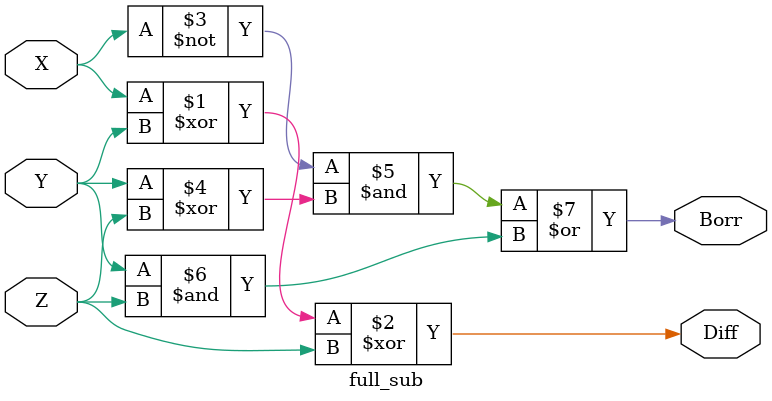
<source format=v>
`timescale 1ns / 1ps
module full_sub(X,Y,Z,Diff,Borr);
output Diff, Borr;
 input X, Y, Z;
assign Diff = X ^ Y ^ Z;
assign Borr = ~X & (Y^Z) | Y & Z;
endmodule

</source>
